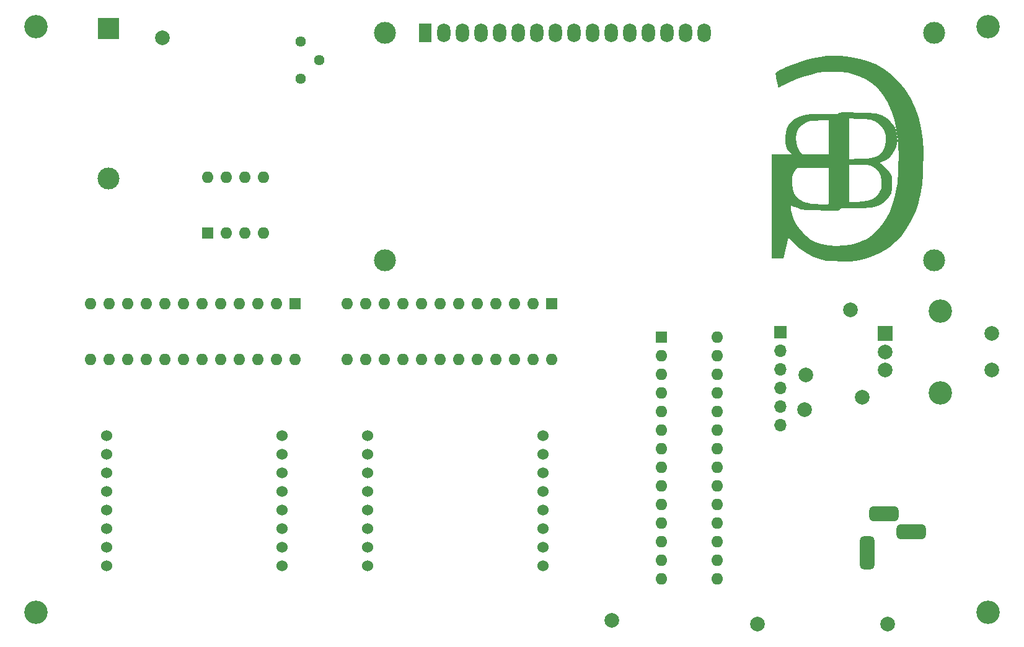
<source format=gbr>
%TF.GenerationSoftware,KiCad,Pcbnew,(6.0.5)*%
%TF.CreationDate,2022-07-20T20:16:43-04:00*%
%TF.ProjectId,Clock,436c6f63-6b2e-46b6-9963-61645f706362,rev?*%
%TF.SameCoordinates,PX4c4b400PY8a48640*%
%TF.FileFunction,Soldermask,Bot*%
%TF.FilePolarity,Negative*%
%FSLAX46Y46*%
G04 Gerber Fmt 4.6, Leading zero omitted, Abs format (unit mm)*
G04 Created by KiCad (PCBNEW (6.0.5)) date 2022-07-20 20:16:43*
%MOMM*%
%LPD*%
G01*
G04 APERTURE LIST*
G04 Aperture macros list*
%AMRoundRect*
0 Rectangle with rounded corners*
0 $1 Rounding radius*
0 $2 $3 $4 $5 $6 $7 $8 $9 X,Y pos of 4 corners*
0 Add a 4 corners polygon primitive as box body*
4,1,4,$2,$3,$4,$5,$6,$7,$8,$9,$2,$3,0*
0 Add four circle primitives for the rounded corners*
1,1,$1+$1,$2,$3*
1,1,$1+$1,$4,$5*
1,1,$1+$1,$6,$7*
1,1,$1+$1,$8,$9*
0 Add four rect primitives between the rounded corners*
20,1,$1+$1,$2,$3,$4,$5,0*
20,1,$1+$1,$4,$5,$6,$7,0*
20,1,$1+$1,$6,$7,$8,$9,0*
20,1,$1+$1,$8,$9,$2,$3,0*%
G04 Aperture macros list end*
%ADD10C,3.200000*%
%ADD11R,1.600000X1.600000*%
%ADD12O,1.600000X1.600000*%
%ADD13R,2.000000X2.000000*%
%ADD14C,2.000000*%
%ADD15C,1.524000*%
%ADD16C,3.000000*%
%ADD17R,1.800000X2.600000*%
%ADD18O,1.800000X2.600000*%
%ADD19C,1.440000*%
%ADD20RoundRect,0.500000X-0.500000X1.750000X-0.500000X-1.750000X0.500000X-1.750000X0.500000X1.750000X0*%
%ADD21RoundRect,0.500000X-1.500000X-0.500000X1.500000X-0.500000X1.500000X0.500000X-1.500000X0.500000X0*%
%ADD22R,3.000000X3.000000*%
%ADD23R,1.700000X1.700000*%
%ADD24O,1.700000X1.700000*%
G04 APERTURE END LIST*
%TO.C,G\u002A\u002A\u002A*%
G36*
X121914426Y63328143D02*
G01*
X121908228Y62939959D01*
X121889207Y62662813D01*
X121850808Y62454605D01*
X121786474Y62273233D01*
X121689649Y62076593D01*
X121655475Y62014828D01*
X121375293Y61620291D01*
X121009754Y61232225D01*
X120610438Y60900169D01*
X120228923Y60673662D01*
X120023349Y60586289D01*
X119724618Y60477227D01*
X119419339Y60394242D01*
X119080305Y60333945D01*
X118680305Y60292947D01*
X118192131Y60267858D01*
X117588572Y60255290D01*
X116842420Y60251854D01*
X116604872Y60251831D01*
X116022685Y60250966D01*
X115583357Y60247527D01*
X115266782Y60239740D01*
X115052853Y60225829D01*
X114921464Y60204020D01*
X114852509Y60172538D01*
X114825880Y60129608D01*
X114821472Y60073454D01*
X114821323Y60054333D01*
X114813738Y60007130D01*
X114781345Y59970738D01*
X114706009Y59944124D01*
X114569596Y59926257D01*
X114353972Y59916104D01*
X114041003Y59912632D01*
X113612556Y59914808D01*
X113050496Y59921601D01*
X112336690Y59931977D01*
X111961196Y59937729D01*
X111309081Y59949341D01*
X110792652Y59962177D01*
X110388941Y59977938D01*
X110074980Y59998327D01*
X109827800Y60025047D01*
X109624432Y60059799D01*
X109441907Y60104286D01*
X109257258Y60160210D01*
X108926371Y60276019D01*
X108609754Y60403386D01*
X108386522Y60511197D01*
X108110435Y60670873D01*
X108110435Y60187079D01*
X108120562Y59987781D01*
X108240674Y59408192D01*
X108480386Y58782530D01*
X108819700Y58139156D01*
X109238618Y57506429D01*
X109717142Y56912708D01*
X110235273Y56386354D01*
X110773015Y55955725D01*
X111310369Y55649181D01*
X111467511Y55582830D01*
X112314028Y55315676D01*
X113253991Y55148267D01*
X114250055Y55081578D01*
X115264870Y55116583D01*
X116261089Y55254255D01*
X117201363Y55495569D01*
X117775998Y55708990D01*
X118421028Y56033257D01*
X119031034Y56450161D01*
X119657684Y56991165D01*
X120024278Y57357714D01*
X120633186Y58088240D01*
X121159886Y58901803D01*
X121611898Y59814585D01*
X121996745Y60842766D01*
X122321947Y62002527D01*
X122595027Y63310048D01*
X122641547Y63638595D01*
X122690249Y64159857D01*
X122730856Y64790588D01*
X122762658Y65497980D01*
X122784949Y66249224D01*
X122797020Y67011511D01*
X122798163Y67752035D01*
X122787670Y68437986D01*
X122764832Y69036556D01*
X122728942Y69514937D01*
X122723476Y69566501D01*
X122515122Y70997844D01*
X122209339Y72336185D01*
X121810749Y73567161D01*
X121323979Y74676411D01*
X120753652Y75649571D01*
X120489862Y76016668D01*
X119853898Y76743157D01*
X119135857Y77354022D01*
X118317116Y77861679D01*
X117379048Y78278547D01*
X116303029Y78617045D01*
X116141760Y78659191D01*
X115779794Y78748089D01*
X115468204Y78810335D01*
X115162936Y78850837D01*
X114819940Y78874505D01*
X114395162Y78886245D01*
X113844549Y78890967D01*
X113465659Y78890921D01*
X112901825Y78880478D01*
X112449572Y78854591D01*
X112071787Y78810718D01*
X111731353Y78746319D01*
X111587391Y78712813D01*
X110708606Y78474224D01*
X109753467Y78165298D01*
X108777285Y77806168D01*
X107835371Y77416971D01*
X106983038Y77017839D01*
X106914347Y76983518D01*
X106645104Y76854740D01*
X106450009Y76770601D01*
X106367393Y76747907D01*
X106344347Y76827216D01*
X106297756Y77035325D01*
X106236249Y77330887D01*
X106167873Y77672921D01*
X106100680Y78020444D01*
X106042718Y78332473D01*
X106002038Y78568027D01*
X105986690Y78686123D01*
X105987236Y78691051D01*
X106073157Y78782561D01*
X106287455Y78924592D01*
X106604022Y79103117D01*
X106996750Y79304110D01*
X107439530Y79513544D01*
X107906252Y79717392D01*
X108126600Y79807355D01*
X109078547Y80154156D01*
X110077143Y80457809D01*
X111083912Y80709477D01*
X112060378Y80900320D01*
X112968066Y81021498D01*
X113768500Y81064172D01*
X114849425Y81033795D01*
X116235990Y80896669D01*
X117531924Y80652076D01*
X118721114Y80303257D01*
X119787449Y79853454D01*
X120870173Y79232673D01*
X121928989Y78440869D01*
X122877281Y77523139D01*
X123713015Y76482783D01*
X124434157Y75323103D01*
X125038674Y74047399D01*
X125524530Y72658972D01*
X125889693Y71161123D01*
X126132127Y69557152D01*
X126135903Y69520840D01*
X126163736Y69114400D01*
X126182205Y68562129D01*
X126191010Y67885405D01*
X126189852Y67105606D01*
X126178434Y66244109D01*
X126168557Y65748834D01*
X126149918Y65035266D01*
X126125567Y64439465D01*
X126091921Y63928780D01*
X126045397Y63470559D01*
X125982413Y63032149D01*
X125899384Y62580899D01*
X125792729Y62084158D01*
X125658864Y61509273D01*
X125507176Y60935476D01*
X125091749Y59735249D01*
X124561965Y58581500D01*
X123932393Y57497886D01*
X123217604Y56508060D01*
X122432167Y55635676D01*
X121590650Y54904389D01*
X121040327Y54526957D01*
X120124360Y54021875D01*
X119120446Y53591801D01*
X118073932Y53255361D01*
X117030168Y53031183D01*
X117013818Y53028770D01*
X116768212Y53007838D01*
X116391256Y52992212D01*
X115917870Y52982629D01*
X115382969Y52979827D01*
X114821472Y52984544D01*
X114237984Y52995926D01*
X113715555Y53013566D01*
X113301290Y53038997D01*
X112962562Y53074961D01*
X112666746Y53124195D01*
X112381213Y53189440D01*
X112343928Y53199037D01*
X111278957Y53562437D01*
X110265593Y54080595D01*
X109323595Y54741661D01*
X108472717Y55533785D01*
X107801744Y56250937D01*
X107048562Y53371095D01*
X106262776Y53371006D01*
X105476991Y53370918D01*
X105476991Y63777272D01*
X108241029Y63777272D01*
X108243670Y63574157D01*
X108323294Y62858258D01*
X108518755Y62262174D01*
X108837321Y61777057D01*
X109286257Y61394056D01*
X109872829Y61104322D01*
X110604305Y60899006D01*
X110863674Y60856858D01*
X111238974Y60816580D01*
X111662499Y60786033D01*
X112098028Y60766328D01*
X112509339Y60758578D01*
X112860209Y60763897D01*
X113114418Y60783395D01*
X113235742Y60818186D01*
X113239068Y60825718D01*
X113253300Y60956950D01*
X113260010Y61101353D01*
X116095720Y61101353D01*
X117093880Y61106250D01*
X117819587Y61133853D01*
X118526842Y61229101D01*
X119104594Y61398420D01*
X119568231Y61648266D01*
X119933144Y61985094D01*
X120214721Y62415360D01*
X120246524Y62478211D01*
X120364667Y62740717D01*
X120432344Y62979543D01*
X120462932Y63259110D01*
X120469806Y63643841D01*
X120449957Y64072225D01*
X120338544Y64630174D01*
X120116380Y65106623D01*
X119769071Y65540528D01*
X119555690Y65736173D01*
X119268906Y65923717D01*
X118931871Y66055770D01*
X118515089Y66140268D01*
X117989066Y66185147D01*
X117324306Y66198342D01*
X116095720Y66198342D01*
X116095720Y61101353D01*
X113260010Y61101353D01*
X113266051Y61231372D01*
X113276827Y61627146D01*
X113285136Y62122435D01*
X113290483Y62695401D01*
X113292375Y63324206D01*
X113292375Y65773593D01*
X109037161Y65773593D01*
X108823145Y65559577D01*
X108662012Y65375227D01*
X108425046Y64951443D01*
X108287256Y64426560D01*
X108241029Y63777272D01*
X105476991Y63777272D01*
X105476991Y66962891D01*
X116095720Y66962891D01*
X117433679Y66970116D01*
X117964215Y66977918D01*
X118544415Y67005566D01*
X119009889Y67057830D01*
X119391741Y67140051D01*
X119721075Y67257569D01*
X120028994Y67415724D01*
X120349663Y67642111D01*
X120666608Y68008350D01*
X120895381Y68491977D01*
X120991551Y68813499D01*
X121086574Y69490530D01*
X121041900Y70146166D01*
X120865760Y70757002D01*
X120566388Y71299639D01*
X120152015Y71750673D01*
X119630873Y72086702D01*
X119460000Y72165099D01*
X119227362Y72257395D01*
X118991458Y72325139D01*
X118718965Y72373775D01*
X118376561Y72408745D01*
X117930924Y72435492D01*
X117348730Y72459459D01*
X116095720Y72505655D01*
X116095720Y66962891D01*
X105476991Y66962891D01*
X105476991Y67557540D01*
X108208624Y67557540D01*
X107909291Y67907243D01*
X107880555Y67941329D01*
X107628888Y68308746D01*
X107463776Y68717648D01*
X107373387Y69208222D01*
X107353900Y69642201D01*
X108807569Y69642201D01*
X108851072Y69261899D01*
X108977176Y68690735D01*
X109180957Y68205883D01*
X109472249Y67809589D01*
X109707698Y67557540D01*
X113292375Y67557540D01*
X113292375Y72245029D01*
X111987943Y72216167D01*
X111597133Y72207085D01*
X111203573Y72193651D01*
X110916256Y72172814D01*
X110698976Y72138301D01*
X110515531Y72083840D01*
X110329713Y72003158D01*
X110105319Y71889981D01*
X109654752Y71619864D01*
X109309738Y71302608D01*
X109070804Y70914942D01*
X108905151Y70416602D01*
X108883557Y70326860D01*
X108816873Y69964638D01*
X108807569Y69642201D01*
X107353900Y69642201D01*
X107345887Y69820657D01*
X107347267Y69964123D01*
X107397956Y70590346D01*
X107531697Y71107044D01*
X107762222Y71553142D01*
X108103263Y71967567D01*
X108481934Y72302442D01*
X109082582Y72667646D01*
X109809432Y72945493D01*
X109920083Y72975347D01*
X110122611Y73014258D01*
X110376003Y73042973D01*
X110704058Y73062749D01*
X111130573Y73074845D01*
X111679346Y73080516D01*
X112374177Y73081022D01*
X112719311Y73080523D01*
X113301106Y73081695D01*
X113742826Y73086805D01*
X114064426Y73097075D01*
X114285861Y73113726D01*
X114427086Y73137981D01*
X114508058Y73171063D01*
X114548732Y73214192D01*
X114554207Y73223110D01*
X114596678Y73261351D01*
X114678436Y73290361D01*
X114818132Y73310868D01*
X115034418Y73323599D01*
X115345947Y73329283D01*
X115771369Y73328645D01*
X116329337Y73322415D01*
X117038502Y73311320D01*
X117807828Y73296644D01*
X118443473Y73278675D01*
X118956773Y73254291D01*
X119371678Y73220158D01*
X119712141Y73172941D01*
X120002114Y73109308D01*
X120265548Y73025924D01*
X120526397Y72919455D01*
X120808611Y72786568D01*
X120981474Y72689537D01*
X121371658Y72398617D01*
X121753108Y72032924D01*
X122077526Y71641565D01*
X122296613Y71273648D01*
X122307414Y71248602D01*
X122431167Y70871811D01*
X122535906Y70400802D01*
X122608599Y69905354D01*
X122634050Y69490530D01*
X122636215Y69455242D01*
X122599454Y69083633D01*
X122469784Y68582068D01*
X122271106Y68093282D01*
X122029187Y67692116D01*
X121753639Y67383515D01*
X121366859Y67048215D01*
X120960193Y66776826D01*
X120587742Y66609964D01*
X120514023Y66586236D01*
X120331379Y66509028D01*
X120258261Y66446674D01*
X120264285Y66429800D01*
X120363287Y66331927D01*
X120545285Y66204709D01*
X120791878Y66022278D01*
X121141850Y65685858D01*
X121468037Y65296105D01*
X121717611Y64911303D01*
X121730953Y64886055D01*
X121812506Y64709307D01*
X121865900Y64525181D01*
X121896901Y64293066D01*
X121911274Y63972350D01*
X121913836Y63643841D01*
X121914783Y63522423D01*
X121914426Y63328143D01*
G37*
%TD*%
D10*
%TO.C,H4*%
X135000000Y5000000D03*
%TD*%
D11*
%TO.C,U5*%
X75453000Y47200000D03*
D12*
X72913000Y47200000D03*
X70373000Y47200000D03*
X67833000Y47200000D03*
X65293000Y47200000D03*
X62753000Y47200000D03*
X60213000Y47200000D03*
X57673000Y47200000D03*
X55133000Y47200000D03*
X52593000Y47200000D03*
X50053000Y47200000D03*
X47513000Y47200000D03*
X47513000Y39580000D03*
X50053000Y39580000D03*
X52593000Y39580000D03*
X55133000Y39580000D03*
X57673000Y39580000D03*
X60213000Y39580000D03*
X62753000Y39580000D03*
X65293000Y39580000D03*
X67833000Y39580000D03*
X70373000Y39580000D03*
X72913000Y39580000D03*
X75453000Y39580000D03*
%TD*%
D10*
%TO.C,SW1*%
X128500000Y46200000D03*
X128500000Y35000000D03*
D13*
X121000000Y43100000D03*
D14*
X121000000Y38100000D03*
X121000000Y40600000D03*
X135500000Y38100000D03*
X135500000Y43100000D03*
%TD*%
D15*
%TO.C,D2*%
X14618000Y29176000D03*
X14618000Y26636000D03*
X14618000Y24096000D03*
X14618000Y21556000D03*
X14618000Y19016000D03*
X14618000Y16476000D03*
X14618000Y13936000D03*
X14618000Y11396000D03*
X38618000Y11396000D03*
X38618000Y13936000D03*
X38618000Y16476000D03*
X38618000Y19016000D03*
X38618000Y21556000D03*
X38618000Y24096000D03*
X38618000Y26636000D03*
X38618000Y29176000D03*
%TD*%
D14*
%TO.C,A_TP1*%
X116215000Y46321000D03*
%TD*%
%TO.C,DO_TP1*%
X83600000Y3900000D03*
%TD*%
%TO.C,TX_TP1*%
X110100000Y37500000D03*
%TD*%
%TO.C,VCC_TP1*%
X103515000Y3395000D03*
%TD*%
D11*
%TO.C,U6*%
X40396000Y47210000D03*
D12*
X37856000Y47210000D03*
X35316000Y47210000D03*
X32776000Y47210000D03*
X30236000Y47210000D03*
X27696000Y47210000D03*
X25156000Y47210000D03*
X22616000Y47210000D03*
X20076000Y47210000D03*
X17536000Y47210000D03*
X14996000Y47210000D03*
X12456000Y47210000D03*
X12456000Y39590000D03*
X14996000Y39590000D03*
X17536000Y39590000D03*
X20076000Y39590000D03*
X22616000Y39590000D03*
X25156000Y39590000D03*
X27696000Y39590000D03*
X30236000Y39590000D03*
X32776000Y39590000D03*
X35316000Y39590000D03*
X37856000Y39590000D03*
X40396000Y39590000D03*
%TD*%
D10*
%TO.C,H2*%
X135000000Y85000000D03*
%TD*%
%TO.C,H3*%
X5000000Y5000000D03*
%TD*%
D14*
%TO.C,RX_TP1*%
X110000000Y32700000D03*
%TD*%
%TO.C,B_TP1*%
X117866000Y34383000D03*
%TD*%
D10*
%TO.C,H1*%
X5000000Y85000000D03*
%TD*%
D16*
%TO.C,DS1*%
X127680000Y84157500D03*
X52680900Y53156800D03*
X52680900Y84157500D03*
X127679480Y53156800D03*
D17*
X58180000Y84157500D03*
D18*
X60720000Y84157500D03*
X63260000Y84157500D03*
X65800000Y84157500D03*
X68340000Y84157500D03*
X70880000Y84157500D03*
X73420000Y84157500D03*
X75960000Y84157500D03*
X78500000Y84157500D03*
X81040000Y84157500D03*
X83580000Y84157500D03*
X86120000Y84157500D03*
X88660000Y84157500D03*
X91200000Y84157500D03*
X93740000Y84157500D03*
X96280000Y84157500D03*
%TD*%
D11*
%TO.C,U4*%
X28458000Y56862000D03*
D12*
X30998000Y56862000D03*
X33538000Y56862000D03*
X36078000Y56862000D03*
X36078000Y64482000D03*
X33538000Y64482000D03*
X30998000Y64482000D03*
X28458000Y64482000D03*
%TD*%
D19*
%TO.C,RV1*%
X41158000Y77944000D03*
X43698000Y80484000D03*
X41158000Y83024000D03*
%TD*%
D14*
%TO.C,VBAT_TP1*%
X22235000Y83532000D03*
%TD*%
%TO.C,TP_GND1*%
X121300000Y3400000D03*
%TD*%
D11*
%TO.C,U2*%
X90444000Y42628000D03*
D12*
X90444000Y40088000D03*
X90444000Y37548000D03*
X90444000Y35008000D03*
X90444000Y32468000D03*
X90444000Y29928000D03*
X90444000Y27388000D03*
X90444000Y24848000D03*
X90444000Y22308000D03*
X90444000Y19768000D03*
X90444000Y17228000D03*
X90444000Y14688000D03*
X90444000Y12148000D03*
X90444000Y9608000D03*
X98064000Y9608000D03*
X98064000Y12148000D03*
X98064000Y14688000D03*
X98064000Y17228000D03*
X98064000Y19768000D03*
X98064000Y22308000D03*
X98064000Y24848000D03*
X98064000Y27388000D03*
X98064000Y29928000D03*
X98064000Y32468000D03*
X98064000Y35008000D03*
X98064000Y37548000D03*
X98064000Y40088000D03*
X98064000Y42628000D03*
%TD*%
D15*
%TO.C,D1*%
X50240000Y29176000D03*
X50240000Y26636000D03*
X50240000Y24096000D03*
X50240000Y21556000D03*
X50240000Y19016000D03*
X50240000Y16476000D03*
X50240000Y13936000D03*
X50240000Y11396000D03*
X74240000Y11396000D03*
X74240000Y13936000D03*
X74240000Y16476000D03*
X74240000Y19016000D03*
X74240000Y21556000D03*
X74240000Y24096000D03*
X74240000Y26636000D03*
X74240000Y29176000D03*
%TD*%
D20*
%TO.C,J1*%
X118500000Y13200000D03*
D21*
X120800000Y18500000D03*
X124500000Y16000000D03*
%TD*%
D22*
%TO.C,BT1*%
X14900000Y84800000D03*
D16*
X14900000Y64310000D03*
%TD*%
D23*
%TO.C,J2*%
X106690000Y43273000D03*
D24*
X106690000Y40733000D03*
X106690000Y38193000D03*
X106690000Y35653000D03*
X106690000Y33113000D03*
X106690000Y30573000D03*
%TD*%
M02*

</source>
